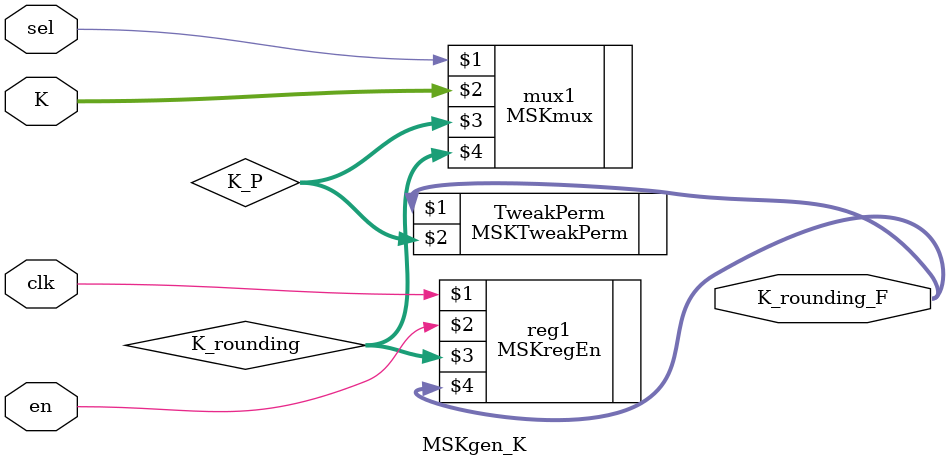
<source format=v>
`timescale 1ns / 1ps
module MSKgen_K #(parameter d = 2) (sel, en, clk, K, K_rounding_F);

localparam W = 8;

input [128*d - 1 : 0] K;
input clk;
input sel, en;
output [128*d - 1 : 0] K_rounding_F;

wire [128*d-1 : 0] K_rounding, K_P;

MSKmux #(.d(d), .count(128)) mux1 (sel, K, K_P, K_rounding);

MSKregEn #(.d(d), .count(128)) reg1 (clk, en, K_rounding, K_rounding_F);

MSKTweakPerm #(d) TweakPerm (K_rounding_F, K_P);

endmodule
</source>
